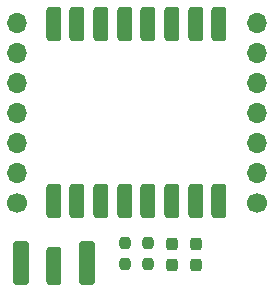
<source format=gts>
G04 #@! TF.GenerationSoftware,KiCad,Pcbnew,8.0.5-rc1-202409040208~b22948988f~ubuntu24.04.1*
G04 #@! TF.CreationDate,2024-09-06T21:41:45+02:00*
G04 #@! TF.ProjectId,lora-board,6c6f7261-2d62-46f6-9172-642e6b696361,2*
G04 #@! TF.SameCoordinates,Original*
G04 #@! TF.FileFunction,Soldermask,Top*
G04 #@! TF.FilePolarity,Negative*
%FSLAX46Y46*%
G04 Gerber Fmt 4.6, Leading zero omitted, Abs format (unit mm)*
G04 Created by KiCad (PCBNEW 8.0.5-rc1-202409040208~b22948988f~ubuntu24.04.1) date 2024-09-06 21:41:45*
%MOMM*%
%LPD*%
G01*
G04 APERTURE LIST*
G04 Aperture macros list*
%AMRoundRect*
0 Rectangle with rounded corners*
0 $1 Rounding radius*
0 $2 $3 $4 $5 $6 $7 $8 $9 X,Y pos of 4 corners*
0 Add a 4 corners polygon primitive as box body*
4,1,4,$2,$3,$4,$5,$6,$7,$8,$9,$2,$3,0*
0 Add four circle primitives for the rounded corners*
1,1,$1+$1,$2,$3*
1,1,$1+$1,$4,$5*
1,1,$1+$1,$6,$7*
1,1,$1+$1,$8,$9*
0 Add four rect primitives between the rounded corners*
20,1,$1+$1,$2,$3,$4,$5,0*
20,1,$1+$1,$4,$5,$6,$7,0*
20,1,$1+$1,$6,$7,$8,$9,0*
20,1,$1+$1,$8,$9,$2,$3,0*%
G04 Aperture macros list end*
%ADD10RoundRect,0.237500X-0.237500X0.300000X-0.237500X-0.300000X0.237500X-0.300000X0.237500X0.300000X0*%
%ADD11RoundRect,0.250000X-0.385000X-1.350000X0.385000X-1.350000X0.385000X1.350000X-0.385000X1.350000X0*%
%ADD12RoundRect,0.250000X-0.425000X-1.600000X0.425000X-1.600000X0.425000X1.600000X-0.425000X1.600000X0*%
%ADD13RoundRect,0.317500X-0.317500X1.157500X-0.317500X-1.157500X0.317500X-1.157500X0.317500X1.157500X0*%
%ADD14RoundRect,0.237500X-0.237500X0.250000X-0.237500X-0.250000X0.237500X-0.250000X0.237500X0.250000X0*%
%ADD15C,1.700000*%
%ADD16O,1.700000X1.700000*%
G04 APERTURE END LIST*
D10*
X115000000Y-71137500D03*
X115000000Y-72862500D03*
D11*
X103000000Y-73000000D03*
D12*
X105825000Y-72750000D03*
X100175000Y-72750000D03*
D13*
X117000000Y-52475000D03*
X115000000Y-52475000D03*
X113000000Y-52475000D03*
X111000000Y-52475000D03*
X109000000Y-52475000D03*
X107000000Y-52475000D03*
X105000000Y-52475000D03*
X103000000Y-52475000D03*
X103000000Y-67525000D03*
X105000000Y-67525000D03*
X107000000Y-67525000D03*
X109000000Y-67525000D03*
X111000000Y-67525000D03*
X113000000Y-67525000D03*
X115000000Y-67525000D03*
X117000000Y-67525000D03*
D14*
X111000000Y-71000000D03*
X111000000Y-72825000D03*
D10*
X113000000Y-71137500D03*
X113000000Y-72862500D03*
D14*
X109000000Y-71000000D03*
X109000000Y-72825000D03*
D15*
X120160000Y-67620000D03*
D16*
X120160000Y-65080000D03*
X120160000Y-62540000D03*
X120160000Y-60000000D03*
X120160000Y-57460000D03*
X120160000Y-54920000D03*
X120160000Y-52380000D03*
D15*
X99840000Y-67620000D03*
D16*
X99840000Y-65080000D03*
X99840000Y-62540000D03*
X99840000Y-60000000D03*
X99840000Y-57460000D03*
X99840000Y-54920000D03*
X99840000Y-52380000D03*
M02*

</source>
